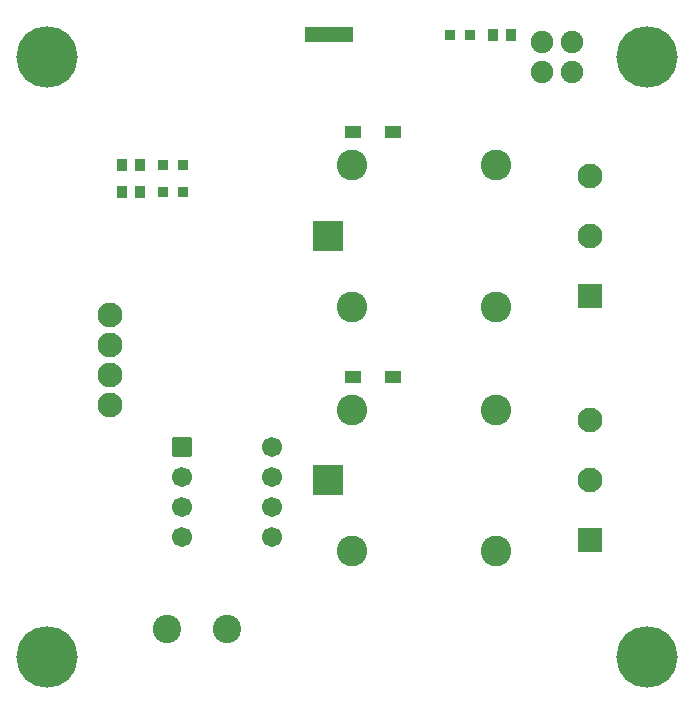
<source format=gts>
G04 Layer: TopSolderMaskLayer*
G04 Panelize: , Column: 2, Row: 2, Board Size: 58.42mm x 58.42mm, Panelized Board Size: 118.84mm x 118.84mm*
G04 EasyEDA v6.5.34, 2023-10-08 21:00:45*
G04 4a59fedaa2674353ae30dd207b49eca9,5a6b42c53f6a479593ecc07194224c93,10*
G04 Gerber Generator version 0.2*
G04 Scale: 100 percent, Rotated: No, Reflected: No *
G04 Dimensions in millimeters *
G04 leading zeros omitted , absolute positions ,4 integer and 5 decimal *
%FSLAX45Y45*%
%MOMM*%

%AMMACRO1*1,1,$1,$2,$3*1,1,$1,$4,$5*1,1,$1,0-$2,0-$3*1,1,$1,0-$4,0-$5*20,1,$1,$2,$3,$4,$5,0*20,1,$1,$4,$5,0-$2,0-$3,0*20,1,$1,0-$2,0-$3,0-$4,0-$5,0*20,1,$1,0-$4,0-$5,$2,$3,0*4,1,4,$2,$3,$4,$5,0-$2,0-$3,0-$4,0-$5,$2,$3,0*%
%ADD10MACRO1,0.1016X-0.4032X-0.432X-0.4032X0.432*%
%ADD11MACRO1,0.1016X0.4032X-0.432X0.4032X0.432*%
%ADD12MACRO1,0.1016X0.4X0.4X0.4X-0.4*%
%ADD13MACRO1,0.1016X-0.4X-0.4X-0.4X0.4*%
%ADD14C,2.6016*%
%ADD15MACRO1,0.1016X-1.25X1.25X1.25X1.25*%
%ADD16MACRO1,0.1X-1X-1X-1X1*%
%ADD17C,2.1000*%
%ADD18MACRO1,0.1016X-0.6X0.475X0.6X0.475*%
%ADD19C,2.4032*%
%ADD20MACRO1,0.1016X0.8001X0.8001X0.8001X-0.8001*%
%ADD21C,1.7018*%
%ADD22C,5.2032*%
%ADD23C,1.9016*%
%ADD24C,2.1016*%

%LPD*%
D10*
G01*
X1167524Y4546600D03*
D11*
G01*
X1016875Y4546600D03*
D10*
G01*
X1167524Y4318000D03*
D11*
G01*
X1016875Y4318000D03*
D12*
G01*
X1362710Y4546600D03*
G01*
X1532889Y4546600D03*
G01*
X1362710Y4318000D03*
G01*
X1532889Y4318000D03*
D10*
G01*
X4304424Y5651500D03*
D11*
G01*
X4153775Y5651500D03*
D13*
G01*
X3958589Y5651500D03*
G01*
X3788410Y5651500D03*
D14*
G01*
X2961640Y3350260D03*
G01*
X4181627Y3350260D03*
G01*
X2961640Y4550257D03*
G01*
X4181627Y4550257D03*
D15*
G01*
X2761641Y3950257D03*
D14*
G01*
X2961640Y1280160D03*
G01*
X4181627Y1280160D03*
G01*
X2961640Y2480157D03*
G01*
X4181627Y2480157D03*
D15*
G01*
X2761634Y1880157D03*
D16*
G01*
X4978400Y3441697D03*
D17*
G01*
X4978400Y3949700D03*
G01*
X4978400Y4457700D03*
D16*
G01*
X4978400Y1371597D03*
D17*
G01*
X4978400Y1879600D03*
G01*
X4978400Y2387600D03*
D18*
G01*
X3306902Y2755900D03*
G01*
X2966897Y2755900D03*
G01*
X3306902Y4826000D03*
G01*
X2966897Y4826000D03*
D19*
G01*
X1397000Y622300D03*
G01*
X1905000Y622300D03*
D20*
G01*
X1524000Y2159000D03*
D21*
G01*
X1524000Y1905000D03*
G01*
X1524000Y1651000D03*
G01*
X1524000Y1397000D03*
G01*
X2286000Y1397000D03*
G01*
X2286000Y1651000D03*
G01*
X2286000Y1905000D03*
G01*
X2286000Y2159000D03*
D22*
G01*
X381000Y5461000D03*
G01*
X5461000Y5461000D03*
G01*
X5461000Y381000D03*
G01*
X381000Y381000D03*
D23*
G01*
X4572000Y5588000D03*
G01*
X4572000Y5334000D03*
G01*
X4826000Y5334000D03*
G01*
X4826000Y5588000D03*
D24*
G01*
X910818Y2774340D03*
G01*
X910818Y3028340D03*
G01*
X910818Y3282340D03*
G01*
X910818Y2520340D03*
D23*
G01*
X4572000Y5588000D03*
G36*
X2565400Y5715000D02*
G01*
X2971800Y5715000D01*
X2971800Y5588000D01*
X2565400Y5588000D01*
G37*
M02*

</source>
